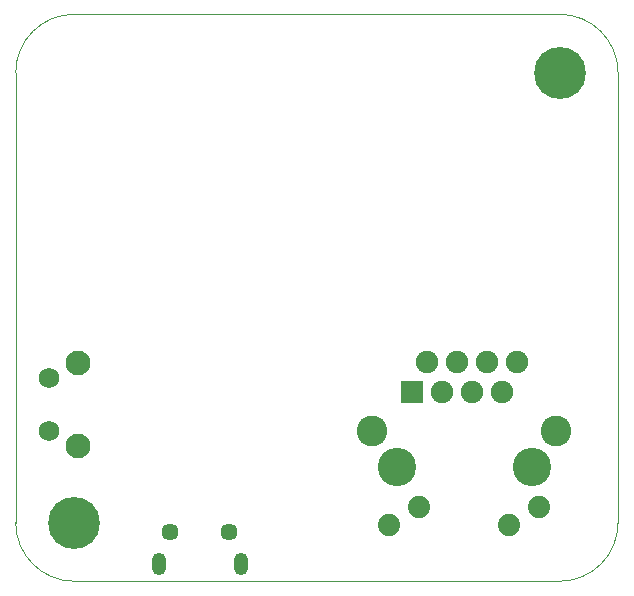
<source format=gbr>
G04 #@! TF.GenerationSoftware,KiCad,Pcbnew,(5.1.7)-1*
G04 #@! TF.CreationDate,2021-04-20T15:22:48-07:00*
G04 #@! TF.ProjectId,EsperDNS,45737065-7244-44e5-932e-6b696361645f,rev?*
G04 #@! TF.SameCoordinates,Original*
G04 #@! TF.FileFunction,Soldermask,Bot*
G04 #@! TF.FilePolarity,Negative*
%FSLAX46Y46*%
G04 Gerber Fmt 4.6, Leading zero omitted, Abs format (unit mm)*
G04 Created by KiCad (PCBNEW (5.1.7)-1) date 2021-04-20 15:22:48*
%MOMM*%
%LPD*%
G01*
G04 APERTURE LIST*
G04 #@! TA.AperFunction,Profile*
%ADD10C,0.100000*%
G04 #@! TD*
%ADD11C,1.450000*%
%ADD12O,1.200000X1.900000*%
%ADD13C,2.100000*%
%ADD14C,1.750000*%
%ADD15R,1.900000X1.900000*%
%ADD16C,1.900000*%
%ADD17C,1.890000*%
%ADD18C,2.600000*%
%ADD19C,3.250000*%
%ADD20C,4.400000*%
G04 APERTURE END LIST*
D10*
X-25500000Y-19050000D02*
G75*
G03*
X-20550000Y-24000000I4950000J0D01*
G01*
X20550000Y-24000000D02*
G75*
G03*
X25500000Y-19050000I0J4950000D01*
G01*
X25500000Y19050000D02*
G75*
G03*
X20550000Y24000000I-4950000J0D01*
G01*
X-20550000Y24000000D02*
G75*
G03*
X-25500000Y19050000I0J-4950000D01*
G01*
X25500000Y19050000D02*
X25500000Y-19050000D01*
X-20550000Y24000000D02*
X20550000Y24000000D01*
X-25500000Y19050000D02*
X-25500000Y-19050000D01*
X-20550000Y-24000000D02*
X20550000Y-24000000D01*
D11*
X-12406000Y-19873500D03*
X-7406000Y-19873500D03*
D12*
X-13406000Y-22573500D03*
X-6406000Y-22573500D03*
D13*
X-20210000Y-5540000D03*
D14*
X-22700000Y-6800000D03*
X-22700000Y-11300000D03*
D13*
X-20210000Y-12550000D03*
D15*
X8020000Y-8000000D03*
D16*
X9290000Y-5460000D03*
X10560000Y-8000000D03*
X11830000Y-5460000D03*
X13100000Y-8000000D03*
X14370000Y-5460000D03*
X15640000Y-8000000D03*
X16910000Y-5460000D03*
D17*
X18790000Y-17720000D03*
X16250000Y-19240000D03*
X8680000Y-17720000D03*
X6140000Y-19240000D03*
D18*
X4690000Y-11290000D03*
X20240000Y-11290000D03*
D19*
X6750000Y-14340000D03*
X18180000Y-14340000D03*
D20*
X20550000Y19050000D03*
X-20550000Y-19050000D03*
M02*

</source>
